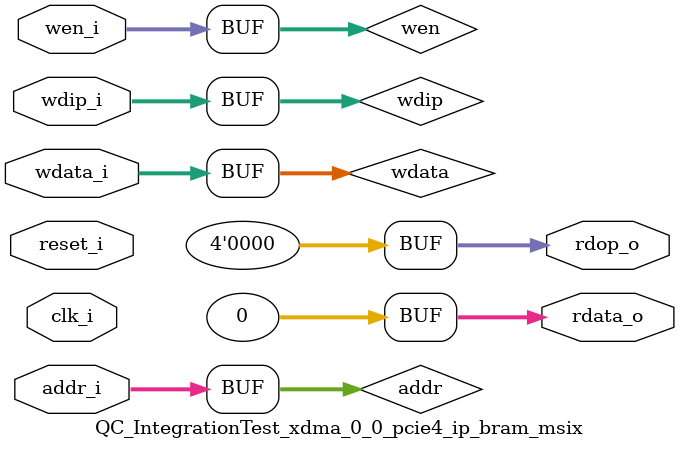
<source format=v>
`timescale 1ps/1ps

(* DowngradeIPIdentifiedWarnings = "yes" *)
module QC_IntegrationTest_xdma_0_0_pcie4_ip_bram_msix #(

  parameter           TCQ = 100
, parameter           TO_RAM_PIPELINE="FALSE"
, parameter           FROM_RAM_PIPELINE="FALSE"
, parameter           MSIX_CAP_TABLE_SIZE=11'h0
, parameter           MSIX_TABLE_RAM_ENABLE="FALSE"

  ) (

  input  wire         clk_i,
  input  wire         reset_i,

  input  wire  [12:0] addr_i,
  input  wire  [31:0] wdata_i,
  input  wire   [3:0] wdip_i,
  input  wire   [3:0] wen_i,
  output wire  [31:0] rdata_o,
  output wire   [3:0] rdop_o

  );

  // WIP : Use Total number of functions (PFs + VFs) to calculate the NUM_BRAM_4K
  localparam integer NUM_BRAM_4K = (MSIX_TABLE_RAM_ENABLE == "TRUE") ? 8 : 0 ;
 

  reg          [12:0] addr;
  reg          [12:0] addr_p0;
  reg          [12:0] addr_p1;
  reg          [31:0] wdata;
  reg           [3:0] wdip;
  reg           [3:0] wen;
  reg          [31:0] reg_rdata;
  reg           [3:0] reg_rdop;
  wire         [31:0] rdata;
  wire          [3:0] rdop;
  genvar              i;
  wire    [(8*4)-1:0] bram_4k_wen;
  wire   [(8*32)-1:0] rdata_t;
  wire    [(8*4)-1:0] rdop_t;

  //
  // Optional input pipe stages
  //
  generate

    if (TO_RAM_PIPELINE == "TRUE") begin : TORAMPIPELINE

      always @(posedge clk_i) begin
     
        if (reset_i) begin

          addr <= #(TCQ) 13'b0;
          wdata <= #(TCQ) 32'b0;
          wdip <= #(TCQ) 4'b0;
          wen <= #(TCQ) 4'b0;

        end else begin

          addr <= #(TCQ) addr_i;
          wdata <= #(TCQ) wdata_i;
          wdip <= #(TCQ) wdip_i;
          wen <= #(TCQ) wen_i;

        end

      end

    end else begin : NOTORAMPIPELINE

      always @(*) begin

          addr = addr_i;
          wdata = wdata_i;
          wdip = wdip_i;
          wen = wen_i;

      end


    end

  endgenerate

  // 
  // Address pipeline
  //
  always @(posedge clk_i) begin
     
    if (reset_i) begin

      addr_p0 <= #(TCQ) 13'b0;
      addr_p1 <= #(TCQ) 13'b0;

    end else begin

      addr_p0 <= #(TCQ) addr;
      addr_p1 <= #(TCQ) addr_p0;

    end

  end

  //
  // Optional output pipe stages
  //
  generate

    if (FROM_RAM_PIPELINE == "TRUE") begin : FRMRAMPIPELINE


      always @(posedge clk_i) begin
     
        if (reset_i) begin

          reg_rdata <= #(TCQ) 32'b0;
          reg_rdop <= #(TCQ) 4'b0;

        end else begin

          case (addr_p1[12:10]) 
            3'b000 : begin
              reg_rdata <= #(TCQ) rdata_t[(32*(0))+31:(32*(0))+0];
              reg_rdop <= #(TCQ) rdop_t[(4*(0))+3:(4*(0))+0];
            end
            3'b001 : begin
              reg_rdata <= #(TCQ) rdata_t[(32*(1))+31:(32*(1))+0];
              reg_rdop <= #(TCQ) rdop_t[(4*(1))+3:(4*(1))+0];
            end
            3'b010 : begin
              reg_rdata <= #(TCQ) rdata_t[(32*(2))+31:(32*(2))+0];
              reg_rdop <= #(TCQ) rdop_t[(4*(2))+3:(4*(2))+0];
            end
            3'b011 : begin
              reg_rdata <= #(TCQ) rdata_t[(32*(3))+31:(32*(3))+0];
              reg_rdop <= #(TCQ) rdop_t[(4*(3))+3:(4*(3))+0];
            end
            3'b100 : begin
              reg_rdata <= #(TCQ) rdata_t[(32*(4))+31:(32*(4))+0];
              reg_rdop <= #(TCQ) rdop_t[(4*(4))+3:(4*(4))+0];
            end
            3'b101 : begin
              reg_rdata <= #(TCQ) rdata_t[(32*(5))+31:(32*(5))+0];
              reg_rdop <= #(TCQ) rdop_t[(4*(5))+3:(4*(5))+0];
            end
            3'b110 : begin
              reg_rdata <= #(TCQ) rdata_t[(32*(6))+31:(32*(6))+0];
              reg_rdop <= #(TCQ) rdop_t[(4*(6))+3:(4*(6))+0];
            end
            3'b111 : begin
              reg_rdata <= #(TCQ) rdata_t[(32*(7))+31:(32*(7))+0];
              reg_rdop <= #(TCQ) rdop_t[(4*(7))+3:(4*(7))+0];
            end
          endcase

        end

      end

    end else begin : NOFRMRAMPIPELINE

      always @(*) begin

          case (addr_p1[12:10]) 
            3'b000 : begin
              reg_rdata <= #(TCQ) rdata_t[(32*(0))+31:(32*(0))+0];
              reg_rdop <= #(TCQ) rdop_t[(4*(0))+3:(4*(0))+0];
            end
            3'b001 : begin
              reg_rdata <= #(TCQ) rdata_t[(32*(1))+31:(32*(1))+0];
              reg_rdop <= #(TCQ) rdop_t[(4*(1))+3:(4*(1))+0];
            end
            3'b010 : begin
              reg_rdata <= #(TCQ) rdata_t[(32*(2))+31:(32*(2))+0];
              reg_rdop <= #(TCQ) rdop_t[(4*(2))+3:(4*(2))+0];
            end
            3'b011 : begin
              reg_rdata <= #(TCQ) rdata_t[(32*(3))+31:(32*(3))+0];
              reg_rdop <= #(TCQ) rdop_t[(4*(3))+3:(4*(3))+0];
            end
            3'b100 : begin
              reg_rdata <= #(TCQ) rdata_t[(32*(4))+31:(32*(4))+0];
              reg_rdop <= #(TCQ) rdop_t[(4*(4))+3:(4*(4))+0];
            end
            3'b101 : begin
              reg_rdata <= #(TCQ) rdata_t[(32*(5))+31:(32*(5))+0];
              reg_rdop <= #(TCQ) rdop_t[(4*(5))+3:(4*(5))+0];
            end
            3'b110 : begin
              reg_rdata <= #(TCQ) rdata_t[(32*(6))+31:(32*(6))+0];
              reg_rdop <= #(TCQ) rdop_t[(4*(6))+3:(4*(6))+0];
            end
            3'b111 : begin
              reg_rdata <= #(TCQ) rdata_t[(32*(7))+31:(32*(7))+0];
              reg_rdop <= #(TCQ) rdop_t[(4*(7))+3:(4*(7))+0];
            end
          endcase

      end

    end
  
  endgenerate

  assign rdata_o = (MSIX_TABLE_RAM_ENABLE == "TRUE") ?  reg_rdata : 32'h0;
  assign rdop_o = (MSIX_TABLE_RAM_ENABLE == "TRUE") ? reg_rdop : 4'h0;

  generate 
  
    for (i=0; i<NUM_BRAM_4K; i=i+1) begin : BRAM4K

      QC_IntegrationTest_xdma_0_0_pcie4_ip_bram_4k_int #(
          .TCQ(TCQ)
        )
        bram_4k_int (
    
          .clk_i (clk_i),
          .reset_i (reset_i),
    
          .addr_i(addr[9:0]),
          .wdata_i(wdata),
          .wdip_i(wdip),
          .wen_i(bram_4k_wen[(4*(i))+3:(4*(i))+0]),
          .rdata_o(rdata_t[(32*i)+31:(32*i)+0]),
          .rdop_o(rdop_t[(4*i)+3:(4*i)+0]),
          .baddr_i(10'b0),
          .brdata_o()

      );
      assign bram_4k_wen[(4*(i))+3:(4*(i))+0] = wen & {4{(i == addr[12:10])}};  
      
    end

  endgenerate

endmodule

</source>
